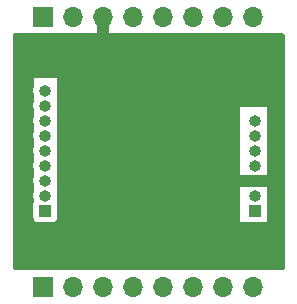
<source format=gbr>
%TF.GenerationSoftware,KiCad,Pcbnew,(7.0.0-0)*%
%TF.CreationDate,2023-10-19T00:03:18+09:00*%
%TF.ProjectId,shuttle-adaptor,73687574-746c-4652-9d61-646170746f72,rev?*%
%TF.SameCoordinates,Original*%
%TF.FileFunction,Copper,L1,Top*%
%TF.FilePolarity,Positive*%
%FSLAX46Y46*%
G04 Gerber Fmt 4.6, Leading zero omitted, Abs format (unit mm)*
G04 Created by KiCad (PCBNEW (7.0.0-0)) date 2023-10-19 00:03:18*
%MOMM*%
%LPD*%
G01*
G04 APERTURE LIST*
%TA.AperFunction,ComponentPad*%
%ADD10R,1.000000X1.000000*%
%TD*%
%TA.AperFunction,ComponentPad*%
%ADD11O,1.000000X1.000000*%
%TD*%
%TA.AperFunction,ComponentPad*%
%ADD12R,1.700000X1.700000*%
%TD*%
%TA.AperFunction,ComponentPad*%
%ADD13O,1.700000X1.700000*%
%TD*%
%TA.AperFunction,Conductor*%
%ADD14C,1.000000*%
%TD*%
G04 APERTURE END LIST*
D10*
%TO.P,A1,11,XVDD*%
%TO.N,Net-(A1-XVDD)*%
X144999999Y-84999999D03*
D11*
%TO.P,A1,12,XVDDIO*%
%TO.N,Net-(A1-XVDDIO)*%
X144999999Y-83729999D03*
%TO.P,A1,13,GND*%
%TO.N,Net-(A1-GND)*%
X144999999Y-82459999D03*
%TO.P,A1,14,GPIO0*%
%TO.N,Net-(A1-GPIO0)*%
X144999999Y-81189999D03*
%TO.P,A1,15,GPIO1*%
%TO.N,Net-(A1-GPIO1)*%
X144999999Y-79919999D03*
%TO.P,A1,16,INT1*%
%TO.N,Net-(A1-INT1)*%
X144999999Y-78649999D03*
%TO.P,A1,17,INT2*%
%TO.N,Net-(A1-INT2)*%
X144999999Y-77379999D03*
D10*
%TO.P,A1,21,CSB1*%
%TO.N,Net-(A1-CSB1)*%
X127219999Y-84999999D03*
D11*
%TO.P,A1,22,SCK*%
%TO.N,Net-(A1-SCK)*%
X127219999Y-83729999D03*
%TO.P,A1,23,SDO2*%
%TO.N,Net-(A1-SDO2)*%
X127219999Y-82459999D03*
%TO.P,A1,24,SDI*%
%TO.N,Net-(A1-SDI)*%
X127219999Y-81189999D03*
%TO.P,A1,25,CSB2*%
%TO.N,Net-(A1-CSB2)*%
X127219999Y-79919999D03*
%TO.P,A1,26,PS*%
%TO.N,Net-(A1-PS)*%
X127219999Y-78649999D03*
%TO.P,A1,27,GPIO6*%
%TO.N,Net-(A1-GPIO6)*%
X127219999Y-77379999D03*
%TO.P,A1,28,GPIO7*%
%TO.N,Net-(A1-GPIO7)*%
X127219999Y-76109999D03*
%TO.P,A1,29,PROM_RW*%
%TO.N,Net-(A1-PROM_RW)*%
X127219999Y-74839999D03*
%TD*%
D12*
%TO.P,P1,1*%
%TO.N,Net-(A1-XVDD)*%
X126999999Y-68579999D03*
D13*
%TO.P,P1,2*%
%TO.N,Net-(A1-XVDDIO)*%
X129539999Y-68579999D03*
%TO.P,P1,3*%
%TO.N,Net-(A1-GND)*%
X132079999Y-68579999D03*
%TO.P,P1,4*%
%TO.N,Net-(A1-GPIO0)*%
X134619999Y-68579999D03*
%TO.P,P1,5*%
%TO.N,Net-(A1-GPIO1)*%
X137159999Y-68579999D03*
%TO.P,P1,6*%
%TO.N,Net-(A1-INT1)*%
X139699999Y-68579999D03*
%TO.P,P1,7*%
%TO.N,Net-(A1-INT2)*%
X142239999Y-68579999D03*
%TO.P,P1,8*%
%TO.N,Net-(A1-PROM_RW)*%
X144779999Y-68579999D03*
%TD*%
D12*
%TO.P,P2,1*%
%TO.N,Net-(A1-CSB1)*%
X126999999Y-91439999D03*
D13*
%TO.P,P2,2*%
%TO.N,Net-(A1-SCK)*%
X129539999Y-91439999D03*
%TO.P,P2,3*%
%TO.N,Net-(A1-SDO2)*%
X132079999Y-91439999D03*
%TO.P,P2,4*%
%TO.N,Net-(A1-SDI)*%
X134619999Y-91439999D03*
%TO.P,P2,5*%
%TO.N,Net-(A1-CSB2)*%
X137159999Y-91439999D03*
%TO.P,P2,6*%
%TO.N,Net-(A1-PS)*%
X139699999Y-91439999D03*
%TO.P,P2,7*%
%TO.N,Net-(A1-GPIO6)*%
X142239999Y-91439999D03*
%TO.P,P2,8*%
%TO.N,Net-(A1-GPIO7)*%
X144779999Y-91439999D03*
%TD*%
D14*
%TO.N,Net-(A1-GND)*%
X142960000Y-82460000D02*
X142750000Y-82250000D01*
X145000000Y-82460000D02*
X142960000Y-82460000D01*
X132080000Y-68580000D02*
X132080000Y-70580000D01*
X132250000Y-70750000D02*
X132080000Y-70580000D01*
X145000000Y-82460000D02*
X146500000Y-82460000D01*
%TD*%
%TA.AperFunction,Conductor*%
%TO.N,Net-(A1-GND)*%
G36*
X147438000Y-70016613D02*
G01*
X147483387Y-70062000D01*
X147500000Y-70124000D01*
X147500000Y-89876000D01*
X147483387Y-89938000D01*
X147438000Y-89983387D01*
X147376000Y-90000000D01*
X124624000Y-90000000D01*
X124562000Y-89983387D01*
X124516613Y-89938000D01*
X124500000Y-89876000D01*
X124500000Y-83730000D01*
X126214659Y-83730000D01*
X126215256Y-83736061D01*
X126215256Y-83736062D01*
X126233378Y-83920067D01*
X126233379Y-83920073D01*
X126233976Y-83926132D01*
X126235743Y-83931957D01*
X126235744Y-83931962D01*
X126244661Y-83961356D01*
X126250000Y-83997351D01*
X126250000Y-84305554D01*
X126242182Y-84348887D01*
X126228620Y-84385247D01*
X126228619Y-84385251D01*
X126225909Y-84392517D01*
X126225079Y-84400227D01*
X126225079Y-84400232D01*
X126219855Y-84448819D01*
X126219854Y-84448831D01*
X126219500Y-84452127D01*
X126219500Y-84455448D01*
X126219500Y-84455449D01*
X126219500Y-85544560D01*
X126219500Y-85544578D01*
X126219501Y-85547872D01*
X126219853Y-85551150D01*
X126219854Y-85551161D01*
X126225079Y-85599768D01*
X126225080Y-85599773D01*
X126225909Y-85607483D01*
X126228619Y-85614748D01*
X126228620Y-85614753D01*
X126242182Y-85651113D01*
X126250000Y-85694446D01*
X126250000Y-85750000D01*
X126257268Y-85750000D01*
X126281818Y-85761211D01*
X126311582Y-85789590D01*
X126362454Y-85857546D01*
X126477669Y-85943796D01*
X126612517Y-85994091D01*
X126672127Y-86000500D01*
X127767872Y-86000499D01*
X127827483Y-85994091D01*
X127962331Y-85943796D01*
X128077546Y-85857546D01*
X128082862Y-85850445D01*
X128120859Y-85799689D01*
X128164621Y-85763116D01*
X128220125Y-85750000D01*
X128233674Y-85750000D01*
X128250000Y-85750000D01*
X128250000Y-76250000D01*
X143750000Y-76250000D01*
X143750000Y-86000000D01*
X144442804Y-86000000D01*
X144449028Y-86000166D01*
X144452127Y-86000500D01*
X145547872Y-86000499D01*
X145550959Y-86000167D01*
X145557186Y-86000000D01*
X145983674Y-86000000D01*
X146000000Y-86000000D01*
X146000000Y-85557196D01*
X146000166Y-85550971D01*
X146000500Y-85547873D01*
X146000499Y-84452128D01*
X146000167Y-84449040D01*
X146000000Y-84442814D01*
X146000000Y-83790321D01*
X146000597Y-83778167D01*
X146004744Y-83736061D01*
X146005341Y-83730000D01*
X146000596Y-83681832D01*
X146000000Y-83669679D01*
X146000000Y-81250321D01*
X146000597Y-81238167D01*
X146004744Y-81196061D01*
X146005341Y-81190000D01*
X146000596Y-81141832D01*
X146000000Y-81129679D01*
X146000000Y-79980321D01*
X146000597Y-79968167D01*
X146004744Y-79926061D01*
X146005341Y-79920000D01*
X146000596Y-79871832D01*
X146000000Y-79859679D01*
X146000000Y-78710321D01*
X146000597Y-78698167D01*
X146004744Y-78656061D01*
X146005341Y-78650000D01*
X146000596Y-78601832D01*
X146000000Y-78589679D01*
X146000000Y-77440321D01*
X146000597Y-77428167D01*
X146004744Y-77386061D01*
X146005341Y-77380000D01*
X146000596Y-77331832D01*
X146000000Y-77319679D01*
X146000000Y-76266326D01*
X146000000Y-76250000D01*
X143750000Y-76250000D01*
X128250000Y-76250000D01*
X128250000Y-73750000D01*
X126250000Y-73750000D01*
X126250000Y-73766326D01*
X126250000Y-74572649D01*
X126244661Y-74608644D01*
X126235744Y-74638037D01*
X126235742Y-74638044D01*
X126233976Y-74643868D01*
X126233379Y-74649924D01*
X126233378Y-74649932D01*
X126215256Y-74833938D01*
X126214659Y-74840000D01*
X126215256Y-74846062D01*
X126233378Y-75030067D01*
X126233379Y-75030073D01*
X126233976Y-75036132D01*
X126235743Y-75041957D01*
X126235744Y-75041962D01*
X126244661Y-75071356D01*
X126250000Y-75107351D01*
X126250000Y-75842649D01*
X126244661Y-75878644D01*
X126235744Y-75908037D01*
X126235742Y-75908044D01*
X126233976Y-75913868D01*
X126233379Y-75919924D01*
X126233378Y-75919932D01*
X126215256Y-76103938D01*
X126214659Y-76110000D01*
X126215256Y-76116062D01*
X126233378Y-76300067D01*
X126233379Y-76300073D01*
X126233976Y-76306132D01*
X126235743Y-76311957D01*
X126235744Y-76311962D01*
X126244661Y-76341356D01*
X126250000Y-76377351D01*
X126250000Y-77112649D01*
X126244661Y-77148644D01*
X126235744Y-77178037D01*
X126235742Y-77178044D01*
X126233976Y-77183868D01*
X126233379Y-77189924D01*
X126233378Y-77189932D01*
X126220600Y-77319679D01*
X126214659Y-77380000D01*
X126215256Y-77386061D01*
X126215256Y-77386062D01*
X126233378Y-77570067D01*
X126233379Y-77570073D01*
X126233976Y-77576132D01*
X126235743Y-77581957D01*
X126235744Y-77581962D01*
X126244661Y-77611356D01*
X126250000Y-77647351D01*
X126250000Y-78382649D01*
X126244661Y-78418644D01*
X126235744Y-78448037D01*
X126235742Y-78448044D01*
X126233976Y-78453868D01*
X126233379Y-78459924D01*
X126233378Y-78459932D01*
X126220600Y-78589679D01*
X126214659Y-78650000D01*
X126215256Y-78656061D01*
X126215256Y-78656062D01*
X126233378Y-78840067D01*
X126233379Y-78840073D01*
X126233976Y-78846132D01*
X126235743Y-78851957D01*
X126235744Y-78851962D01*
X126244661Y-78881356D01*
X126250000Y-78917351D01*
X126250000Y-79652649D01*
X126244661Y-79688644D01*
X126235744Y-79718037D01*
X126235742Y-79718044D01*
X126233976Y-79723868D01*
X126233379Y-79729924D01*
X126233378Y-79729932D01*
X126220600Y-79859679D01*
X126214659Y-79920000D01*
X126215256Y-79926061D01*
X126215256Y-79926062D01*
X126233378Y-80110067D01*
X126233379Y-80110073D01*
X126233976Y-80116132D01*
X126235743Y-80121957D01*
X126235744Y-80121962D01*
X126244661Y-80151356D01*
X126250000Y-80187351D01*
X126250000Y-80922649D01*
X126244661Y-80958644D01*
X126235744Y-80988037D01*
X126235742Y-80988044D01*
X126233976Y-80993868D01*
X126233379Y-80999924D01*
X126233378Y-80999932D01*
X126220600Y-81129679D01*
X126214659Y-81190000D01*
X126215256Y-81196061D01*
X126215256Y-81196062D01*
X126233378Y-81380067D01*
X126233379Y-81380073D01*
X126233976Y-81386132D01*
X126235743Y-81391957D01*
X126235744Y-81391962D01*
X126244661Y-81421356D01*
X126250000Y-81457351D01*
X126250000Y-82192649D01*
X126244661Y-82228644D01*
X126235744Y-82258037D01*
X126235742Y-82258044D01*
X126233976Y-82263868D01*
X126233379Y-82269924D01*
X126233378Y-82269932D01*
X126215256Y-82453938D01*
X126214659Y-82460000D01*
X126215256Y-82466062D01*
X126233378Y-82650067D01*
X126233379Y-82650073D01*
X126233976Y-82656132D01*
X126235743Y-82661957D01*
X126235744Y-82661962D01*
X126244661Y-82691356D01*
X126250000Y-82727351D01*
X126250000Y-83462649D01*
X126244661Y-83498644D01*
X126235744Y-83528037D01*
X126235742Y-83528044D01*
X126233976Y-83533868D01*
X126233379Y-83539924D01*
X126233378Y-83539932D01*
X126220600Y-83669679D01*
X126214659Y-83730000D01*
X124500000Y-83730000D01*
X124500000Y-70124000D01*
X124516613Y-70062000D01*
X124562000Y-70016613D01*
X124624000Y-70000000D01*
X147376000Y-70000000D01*
X147438000Y-70016613D01*
G37*
%TD.AperFunction*%
%TD*%
M02*

</source>
